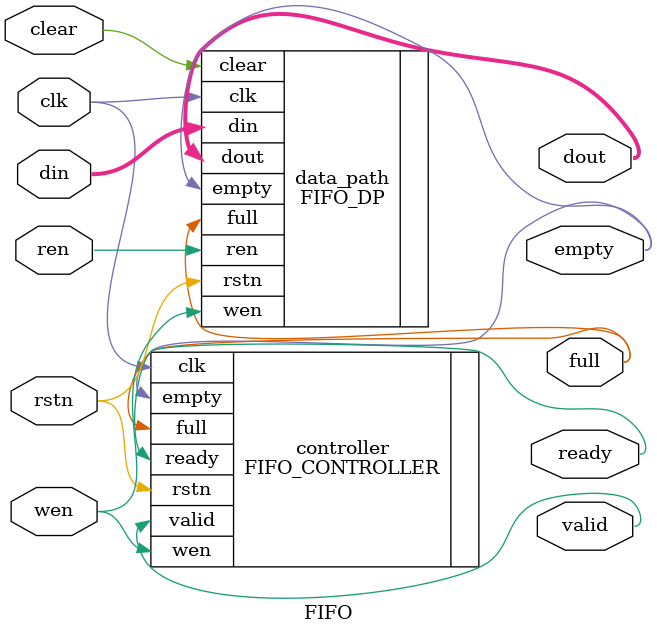
<source format=v>
module FIFO
#(
    parameter SIZE = 16,
    parameter MEM_SIZE = 8,
    parameter PAR_WRITE = 2,
    parameter PAR_READ = 4,
    parameter ADDRES_SIZE = $clog2(MEM_SIZE)
)
(
    input clk,
    input rstn,
    input clear,
    input wen,
    input ren,
    input [SIZE*PAR_WRITE-1:0] din,
    output full,
    output empty,
    output [SIZE*PAR_READ-1:0] dout,
    output valid,
    output ready
);

FIFO_DP #(.SIZE(SIZE), .MEM_SIZE(MEM_SIZE), .PAR_WRITE(PAR_WRITE), .PAR_READ(PAR_READ)) data_path (.clk(clk), .rstn(rstn), .clear(clear), .wen(wen), .ren(ren), .din(din), .full(full), .empty(empty), .dout(dout));
FIFO_CONTROLLER controller(.clk(clk), .rstn(rstn), .wen(wen), .empty(empty), .full(full), .valid(valid), .ready(ready));
endmodule
</source>
